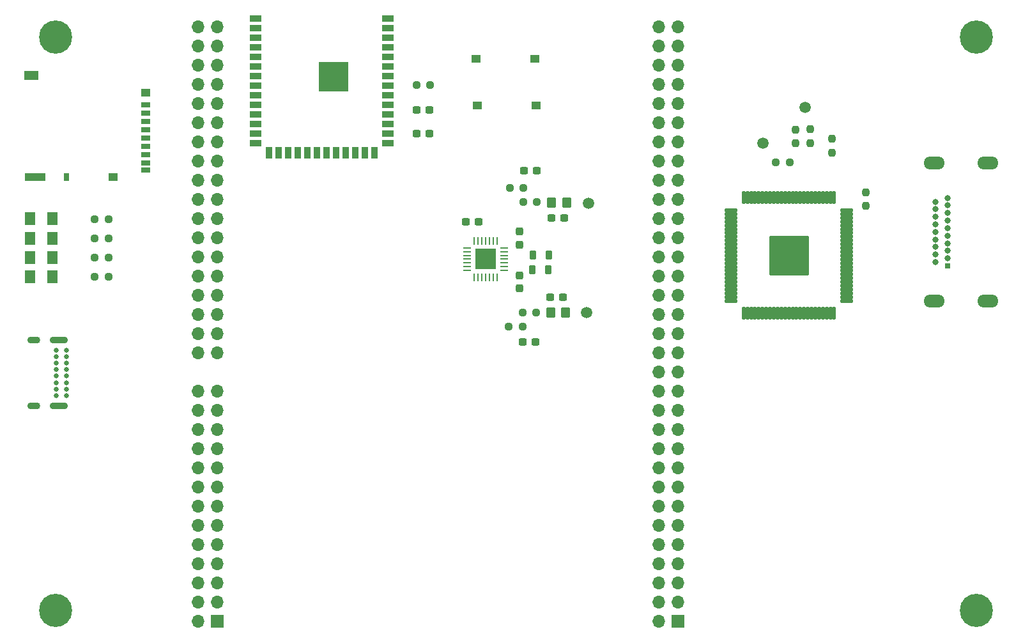
<source format=gbr>
%TF.GenerationSoftware,KiCad,Pcbnew,8.0.7*%
%TF.CreationDate,2024-12-27T07:43:55-08:00*%
%TF.ProjectId,expansionboardB,65787061-6e73-4696-9f6e-626f61726442,3*%
%TF.SameCoordinates,Original*%
%TF.FileFunction,Soldermask,Bot*%
%TF.FilePolarity,Negative*%
%FSLAX46Y46*%
G04 Gerber Fmt 4.6, Leading zero omitted, Abs format (unit mm)*
G04 Created by KiCad (PCBNEW 8.0.7) date 2024-12-27 07:43:55*
%MOMM*%
%LPD*%
G01*
G04 APERTURE LIST*
G04 Aperture macros list*
%AMRoundRect*
0 Rectangle with rounded corners*
0 $1 Rounding radius*
0 $2 $3 $4 $5 $6 $7 $8 $9 X,Y pos of 4 corners*
0 Add a 4 corners polygon primitive as box body*
4,1,4,$2,$3,$4,$5,$6,$7,$8,$9,$2,$3,0*
0 Add four circle primitives for the rounded corners*
1,1,$1+$1,$2,$3*
1,1,$1+$1,$4,$5*
1,1,$1+$1,$6,$7*
1,1,$1+$1,$8,$9*
0 Add four rect primitives between the rounded corners*
20,1,$1+$1,$2,$3,$4,$5,0*
20,1,$1+$1,$4,$5,$6,$7,0*
20,1,$1+$1,$6,$7,$8,$9,0*
20,1,$1+$1,$8,$9,$2,$3,0*%
G04 Aperture macros list end*
%ADD10R,1.700000X1.700000*%
%ADD11O,1.700000X1.700000*%
%ADD12C,1.500000*%
%ADD13C,4.400000*%
%ADD14C,0.650000*%
%ADD15O,1.700000X0.900000*%
%ADD16O,2.400000X0.900000*%
%ADD17R,0.800000X0.800000*%
%ADD18C,0.800000*%
%ADD19O,2.800000X1.700000*%
%ADD20RoundRect,0.250000X-0.350000X-0.450000X0.350000X-0.450000X0.350000X0.450000X-0.350000X0.450000X0*%
%ADD21RoundRect,0.237500X0.250000X0.237500X-0.250000X0.237500X-0.250000X-0.237500X0.250000X-0.237500X0*%
%ADD22RoundRect,0.237500X0.300000X0.237500X-0.300000X0.237500X-0.300000X-0.237500X0.300000X-0.237500X0*%
%ADD23RoundRect,0.237500X-0.237500X0.250000X-0.237500X-0.250000X0.237500X-0.250000X0.237500X0.250000X0*%
%ADD24RoundRect,0.218750X0.218750X0.381250X-0.218750X0.381250X-0.218750X-0.381250X0.218750X-0.381250X0*%
%ADD25R,1.250000X1.000000*%
%ADD26R,1.500000X0.900000*%
%ADD27R,0.900000X1.500000*%
%ADD28C,0.600000*%
%ADD29R,3.900000X3.900000*%
%ADD30RoundRect,0.237500X0.237500X-0.300000X0.237500X0.300000X-0.237500X0.300000X-0.237500X-0.300000X0*%
%ADD31RoundRect,0.250001X-0.462499X-0.624999X0.462499X-0.624999X0.462499X0.624999X-0.462499X0.624999X0*%
%ADD32R,1.200000X0.700000*%
%ADD33R,1.200000X1.000000*%
%ADD34R,2.800000X1.000000*%
%ADD35R,1.900000X1.300000*%
%ADD36R,0.800000X1.000000*%
%ADD37RoundRect,0.060500X-0.776500X-0.181500X0.776500X-0.181500X0.776500X0.181500X-0.776500X0.181500X0*%
%ADD38RoundRect,0.060500X-0.181500X-0.776500X0.181500X-0.776500X0.181500X0.776500X-0.181500X0.776500X0*%
%ADD39RoundRect,0.102000X-2.500000X-2.500000X2.500000X-2.500000X2.500000X2.500000X-2.500000X2.500000X0*%
%ADD40RoundRect,0.237500X-0.237500X0.300000X-0.237500X-0.300000X0.237500X-0.300000X0.237500X0.300000X0*%
%ADD41RoundRect,0.237500X0.237500X-0.250000X0.237500X0.250000X-0.237500X0.250000X-0.237500X-0.250000X0*%
%ADD42R,1.066800X0.254000*%
%ADD43R,0.254000X1.066800*%
%ADD44R,2.794000X2.794000*%
G04 APERTURE END LIST*
D10*
%TO.C,U2*%
X48220000Y-121920000D03*
D11*
X45680000Y-121920000D03*
X48220000Y-119380000D03*
X45680000Y-119380000D03*
X48220000Y-116840000D03*
X45680000Y-116840000D03*
X48220000Y-114300000D03*
X45680000Y-114300000D03*
X48220000Y-111760000D03*
X45680000Y-111760000D03*
X48220000Y-109220000D03*
X45680000Y-109220000D03*
X48220000Y-106680000D03*
X45680000Y-106680000D03*
X48220000Y-104140000D03*
X45680000Y-104140000D03*
X48220000Y-101600000D03*
X45680000Y-101600000D03*
X48220000Y-99060000D03*
X45680000Y-99060000D03*
X48220000Y-96520000D03*
X45680000Y-96520000D03*
X48220000Y-93980000D03*
X45680000Y-93980000D03*
X48220000Y-91440000D03*
X45680000Y-91440000D03*
X48220000Y-86360000D03*
X45680000Y-86360000D03*
X48220000Y-83820000D03*
X45680000Y-83820000D03*
X48220000Y-81280000D03*
X45680000Y-81280000D03*
X48220000Y-78740000D03*
X45680000Y-78740000D03*
X48220000Y-76200000D03*
X45680000Y-76200000D03*
X48220000Y-73660000D03*
X45680000Y-73660000D03*
X48220000Y-71120000D03*
X45680000Y-71120000D03*
X48220000Y-68580000D03*
X45680000Y-68580000D03*
X48220000Y-66040000D03*
X45680000Y-66040000D03*
X48220000Y-63500000D03*
X45680000Y-63500000D03*
X48220000Y-60960000D03*
X45680000Y-60960000D03*
X48220000Y-58420000D03*
X45680000Y-58420000D03*
X48220000Y-55880000D03*
X45680000Y-55880000D03*
X48220000Y-53340000D03*
X45680000Y-53340000D03*
X48220000Y-50800000D03*
X45680000Y-50800000D03*
X48220000Y-48260000D03*
X45680000Y-48260000D03*
X48220000Y-45720000D03*
X45680000Y-45720000D03*
X48220000Y-43180000D03*
X45680000Y-43180000D03*
%TD*%
D12*
%TO.C,t3V3*%
X97409000Y-66548000D03*
%TD*%
%TO.C,t1V2*%
X97155000Y-81026000D03*
%TD*%
%TO.C,tSDA1*%
X120523000Y-58547000D03*
%TD*%
%TO.C,tSCL1*%
X126111000Y-53848000D03*
%TD*%
D13*
%TO.C,REF\u002A\u002A*%
X148750000Y-120500000D03*
%TD*%
%TO.C,REF\u002A\u002A*%
X26750000Y-120500000D03*
%TD*%
%TO.C,REF\u002A\u002A*%
X26750000Y-44500000D03*
%TD*%
D14*
%TO.C,J1*%
X28200000Y-86050000D03*
X28200000Y-86900000D03*
X28200000Y-87750000D03*
X28200000Y-88600000D03*
X28200000Y-89450000D03*
X28200000Y-90300000D03*
X28200000Y-91150000D03*
X28200000Y-92000000D03*
X26850000Y-92000000D03*
X26850000Y-91150000D03*
X26850000Y-90300000D03*
X26850000Y-89450000D03*
X26850000Y-88600000D03*
X26850000Y-87750000D03*
X26850000Y-86900000D03*
X26850000Y-86050000D03*
D15*
X23840000Y-84700000D03*
X23840000Y-93350000D03*
D16*
X27220000Y-84700000D03*
X27220000Y-93350000D03*
%TD*%
D13*
%TO.C,REF\u002A\u002A*%
X148750000Y-44500000D03*
%TD*%
D17*
%TO.C,J3*%
X144920000Y-74840000D03*
D18*
X143370000Y-74340000D03*
X144920000Y-73840000D03*
X143370000Y-73340000D03*
X144920000Y-72840000D03*
X143370000Y-72340000D03*
X144920000Y-71840000D03*
X143370000Y-71340000D03*
X144920000Y-70840000D03*
X143370000Y-70340000D03*
X144920000Y-69840000D03*
X143370000Y-69340000D03*
X144920000Y-68840000D03*
X143370000Y-68340000D03*
X144920000Y-67840000D03*
X143370000Y-67340000D03*
X144920000Y-66840000D03*
X143370000Y-66340000D03*
X144920000Y-65840000D03*
D19*
X143200000Y-61190000D03*
X143200000Y-79490000D03*
X150300000Y-79490000D03*
X150300000Y-61190000D03*
%TD*%
D20*
%TO.C,FB3*%
X92456000Y-66421000D03*
X94456000Y-66421000D03*
%TD*%
D21*
%TO.C,R11*%
X88650000Y-82925000D03*
X86825000Y-82925000D03*
%TD*%
D22*
%TO.C,C12*%
X82850000Y-69000000D03*
X81125000Y-69000000D03*
%TD*%
D23*
%TO.C,R13*%
X126746000Y-56745500D03*
X126746000Y-58570500D03*
%TD*%
D24*
%TO.C,L1*%
X92121500Y-73406000D03*
X89996500Y-73406000D03*
%TD*%
D25*
%TO.C,SW3*%
X90250000Y-47400000D03*
X82500000Y-47400000D03*
%TD*%
D10*
%TO.C,U4*%
X109220000Y-121920000D03*
D11*
X106680000Y-121920000D03*
X109220000Y-119380000D03*
X106680000Y-119380000D03*
X109220000Y-116840000D03*
X106680000Y-116840000D03*
X109220000Y-114300000D03*
X106680000Y-114300000D03*
X109220000Y-111760000D03*
X106680000Y-111760000D03*
X109220000Y-109220000D03*
X106680000Y-109220000D03*
X109220000Y-106680000D03*
X106680000Y-106680000D03*
X109220000Y-104140000D03*
X106680000Y-104140000D03*
X109220000Y-101600000D03*
X106680000Y-101600000D03*
X109220000Y-99060000D03*
X106680000Y-99060000D03*
X109220000Y-96520000D03*
X106680000Y-96520000D03*
X109220000Y-93980000D03*
X106680000Y-93980000D03*
X109220000Y-91440000D03*
X106680000Y-91440000D03*
X109220000Y-88900000D03*
X106680000Y-88900000D03*
X109220000Y-86360000D03*
X106680000Y-86360000D03*
X109220000Y-83820000D03*
X106680000Y-83820000D03*
X109220000Y-81280000D03*
X106680000Y-81280000D03*
X109220000Y-78740000D03*
X106680000Y-78740000D03*
X109220000Y-76200000D03*
X106680000Y-76200000D03*
X109220000Y-73660000D03*
X106680000Y-73660000D03*
X109220000Y-71120000D03*
X106680000Y-71120000D03*
X109220000Y-68580000D03*
X106680000Y-68580000D03*
X109220000Y-66040000D03*
X106680000Y-66040000D03*
X109220000Y-63500000D03*
X106680000Y-63500000D03*
X109220000Y-60960000D03*
X106680000Y-60960000D03*
X109220000Y-58420000D03*
X106680000Y-58420000D03*
X109220000Y-55880000D03*
X106680000Y-55880000D03*
X109220000Y-53340000D03*
X106680000Y-53340000D03*
X109220000Y-50800000D03*
X106680000Y-50800000D03*
X109220000Y-48260000D03*
X106680000Y-48260000D03*
X109220000Y-45720000D03*
X106680000Y-45720000D03*
X109220000Y-43180000D03*
X106680000Y-43180000D03*
%TD*%
D23*
%TO.C,R8*%
X124841000Y-56769000D03*
X124841000Y-58594000D03*
%TD*%
D22*
%TO.C,C4*%
X76300000Y-54200000D03*
X74575000Y-54200000D03*
%TD*%
D26*
%TO.C,U1*%
X70800000Y-42100000D03*
X70800000Y-43370000D03*
X70800000Y-44640000D03*
X70800000Y-45910000D03*
X70800000Y-47180000D03*
X70800000Y-48450000D03*
X70800000Y-49720000D03*
X70800000Y-50990000D03*
X70800000Y-52260000D03*
X70800000Y-53530000D03*
X70800000Y-54800000D03*
X70800000Y-56070000D03*
X70800000Y-57340000D03*
X70800000Y-58610000D03*
D27*
X69035000Y-59860000D03*
X67765000Y-59860000D03*
X66495000Y-59860000D03*
X65225000Y-59860000D03*
X63955000Y-59860000D03*
X62685000Y-59860000D03*
X61415000Y-59860000D03*
X60145000Y-59860000D03*
X58875000Y-59860000D03*
X57605000Y-59860000D03*
X56335000Y-59860000D03*
X55065000Y-59860000D03*
D26*
X53300000Y-58610000D03*
X53300000Y-57340000D03*
X53300000Y-56070000D03*
X53300000Y-54800000D03*
X53300000Y-53530000D03*
X53300000Y-52260000D03*
X53300000Y-50990000D03*
X53300000Y-49720000D03*
X53300000Y-48450000D03*
X53300000Y-47180000D03*
X53300000Y-45910000D03*
X53300000Y-44640000D03*
X53300000Y-43370000D03*
X53300000Y-42100000D03*
D28*
X64950000Y-50520000D03*
X64950000Y-49120000D03*
X64250000Y-51220000D03*
X64250000Y-49820000D03*
X64250000Y-48420000D03*
X63550000Y-50520000D03*
D29*
X63550000Y-49820000D03*
D28*
X63550000Y-49120000D03*
X62850000Y-51220000D03*
X62850000Y-49820000D03*
X62850000Y-48420000D03*
X62150000Y-50520000D03*
X62150000Y-49120000D03*
%TD*%
D30*
%TO.C,C3*%
X88200000Y-77850000D03*
X88200000Y-76125000D03*
%TD*%
D21*
%TO.C,R6*%
X33750000Y-68630000D03*
X31925000Y-68630000D03*
%TD*%
D22*
%TO.C,C5*%
X76300000Y-57300000D03*
X74575000Y-57300000D03*
%TD*%
D31*
%TO.C,D4*%
X23387500Y-71170000D03*
X26362500Y-71170000D03*
%TD*%
D32*
%TO.C,CRD1*%
X38671200Y-53492000D03*
X38671200Y-54592000D03*
X38671200Y-55692000D03*
X38671200Y-56792000D03*
X38671200Y-57892000D03*
X38671200Y-58992000D03*
X38671200Y-60092000D03*
X38671200Y-61192000D03*
D33*
X34371200Y-63092000D03*
D34*
X24021200Y-63092000D03*
D35*
X23571200Y-49592000D03*
D33*
X38671200Y-51942000D03*
D36*
X28171200Y-63092000D03*
D32*
X38671200Y-62142000D03*
%TD*%
D24*
%TO.C,L2*%
X92075000Y-75311000D03*
X89950000Y-75311000D03*
%TD*%
D21*
%TO.C,R4*%
X33750000Y-73710000D03*
X31925000Y-73710000D03*
%TD*%
%TO.C,R12*%
X88750000Y-64530000D03*
X86925000Y-64530000D03*
%TD*%
D31*
%TO.C,D5*%
X23387500Y-68581834D03*
X26362500Y-68581834D03*
%TD*%
D21*
%TO.C,R14*%
X124037500Y-61100000D03*
X122212500Y-61100000D03*
%TD*%
%TO.C,R3*%
X33750000Y-76250000D03*
X31925000Y-76250000D03*
%TD*%
D22*
%TO.C,C1*%
X90550000Y-62250000D03*
X88825000Y-62250000D03*
%TD*%
D21*
%TO.C,R2*%
X76400000Y-50900000D03*
X74575000Y-50900000D03*
%TD*%
%TO.C,R5*%
X33750000Y-71170000D03*
X31925000Y-71170000D03*
%TD*%
D31*
%TO.C,D2*%
X23389428Y-76267312D03*
X26364428Y-76267312D03*
%TD*%
D21*
%TO.C,R1*%
X90550000Y-66400000D03*
X88725000Y-66400000D03*
%TD*%
D20*
%TO.C,FB2*%
X92361000Y-81026000D03*
X94361000Y-81026000D03*
%TD*%
D22*
%TO.C,C7*%
X93980000Y-78994000D03*
X92255000Y-78994000D03*
%TD*%
D25*
%TO.C,SW4*%
X90400000Y-53600000D03*
X82650000Y-53600000D03*
%TD*%
D22*
%TO.C,C10*%
X94181000Y-68453000D03*
X92456000Y-68453000D03*
%TD*%
D37*
%TO.C,U5*%
X116255000Y-79480000D03*
X116255000Y-78980000D03*
X116255000Y-78480000D03*
X116255000Y-77980000D03*
X116255000Y-77480000D03*
X116255000Y-76980000D03*
X116255000Y-76480000D03*
X116255000Y-75980000D03*
X116255000Y-75480000D03*
X116255000Y-74980000D03*
X116255000Y-74480000D03*
X116255000Y-73980000D03*
X116255000Y-73480000D03*
X116255000Y-72980000D03*
X116255000Y-72480000D03*
X116255000Y-71980000D03*
X116255000Y-71480000D03*
X116255000Y-70980000D03*
X116255000Y-70480000D03*
X116255000Y-69980000D03*
X116255000Y-69480000D03*
X116255000Y-68980000D03*
X116255000Y-68480000D03*
X116255000Y-67980000D03*
X116255000Y-67480000D03*
D38*
X117925000Y-65810000D03*
X118425000Y-65810000D03*
X118925000Y-65810000D03*
X119425000Y-65810000D03*
X119925000Y-65810000D03*
X120425000Y-65810000D03*
X120925000Y-65810000D03*
X121425000Y-65810000D03*
X121925000Y-65810000D03*
X122425000Y-65810000D03*
X122925000Y-65810000D03*
X123425000Y-65810000D03*
X123925000Y-65810000D03*
X124425000Y-65810000D03*
X124925000Y-65810000D03*
X125425000Y-65810000D03*
X125925000Y-65810000D03*
X126425000Y-65810000D03*
X126925000Y-65810000D03*
X127425000Y-65810000D03*
X127925000Y-65810000D03*
X128425000Y-65810000D03*
X128925000Y-65810000D03*
X129425000Y-65810000D03*
X129925000Y-65810000D03*
D37*
X131595000Y-67480000D03*
X131595000Y-67980000D03*
X131595000Y-68480000D03*
X131595000Y-68980000D03*
X131595000Y-69480000D03*
X131595000Y-69980000D03*
X131595000Y-70480000D03*
X131595000Y-70980000D03*
X131595000Y-71480000D03*
X131595000Y-71980000D03*
X131595000Y-72480000D03*
X131595000Y-72980000D03*
X131595000Y-73480000D03*
X131595000Y-73980000D03*
X131595000Y-74480000D03*
X131595000Y-74980000D03*
X131595000Y-75480000D03*
X131595000Y-75980000D03*
X131595000Y-76480000D03*
X131595000Y-76980000D03*
X131595000Y-77480000D03*
X131595000Y-77980000D03*
X131595000Y-78480000D03*
X131595000Y-78980000D03*
X131595000Y-79480000D03*
D38*
X129925000Y-81150000D03*
X129425000Y-81150000D03*
X128925000Y-81150000D03*
X128425000Y-81150000D03*
X127925000Y-81150000D03*
X127425000Y-81150000D03*
X126925000Y-81150000D03*
X126425000Y-81150000D03*
X125925000Y-81150000D03*
X125425000Y-81150000D03*
X124925000Y-81150000D03*
X124425000Y-81150000D03*
X123925000Y-81150000D03*
X123425000Y-81150000D03*
X122925000Y-81150000D03*
X122425000Y-81150000D03*
X121925000Y-81150000D03*
X121425000Y-81150000D03*
X120925000Y-81150000D03*
X120425000Y-81150000D03*
X119925000Y-81150000D03*
X119425000Y-81150000D03*
X118925000Y-81150000D03*
X118425000Y-81150000D03*
X117925000Y-81150000D03*
D39*
X123925000Y-73480000D03*
%TD*%
D40*
%TO.C,C2*%
X88200000Y-70300000D03*
X88200000Y-72025000D03*
%TD*%
D31*
%TO.C,D3*%
X23387500Y-73710000D03*
X26362500Y-73710000D03*
%TD*%
D22*
%TO.C,C6*%
X90362500Y-84925000D03*
X88637500Y-84925000D03*
%TD*%
D41*
%TO.C,R9*%
X134075000Y-66925000D03*
X134075000Y-65100000D03*
%TD*%
%TO.C,R7*%
X129667000Y-59840500D03*
X129667000Y-58015500D03*
%TD*%
D21*
%TO.C,R10*%
X90450000Y-81005000D03*
X88625000Y-81005000D03*
%TD*%
D42*
%TO.C,U7*%
X86175700Y-72450700D03*
X86175700Y-72950699D03*
X86175700Y-73450701D03*
X86175700Y-73950700D03*
X86175700Y-74450699D03*
X86175700Y-74950701D03*
X86175700Y-75450700D03*
D43*
X85250000Y-76376400D03*
X84750001Y-76376400D03*
X84249999Y-76376400D03*
X83750000Y-76376400D03*
X83250001Y-76376400D03*
X82749999Y-76376400D03*
X82250000Y-76376400D03*
D42*
X81324300Y-75450700D03*
X81324300Y-74950701D03*
X81324300Y-74450699D03*
X81324300Y-73950700D03*
X81324300Y-73450701D03*
X81324300Y-72950699D03*
X81324300Y-72450700D03*
D43*
X82250000Y-71525000D03*
X82749999Y-71525000D03*
X83250001Y-71525000D03*
X83750000Y-71525000D03*
X84249999Y-71525000D03*
X84750001Y-71525000D03*
X85250000Y-71525000D03*
D44*
X83750000Y-73950700D03*
%TD*%
M02*

</source>
